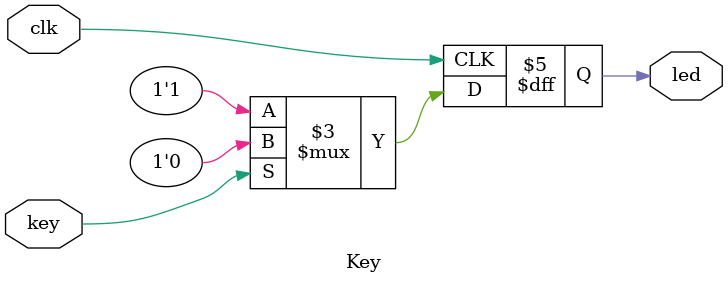
<source format=v>
`timescale 1ns / 1ps


module Key(
    input clk,
    input key,
    output reg led);
    always @(posedge clk) begin
        if (key) led <= 0;
        else led <= 1;
    end
endmodule

</source>
